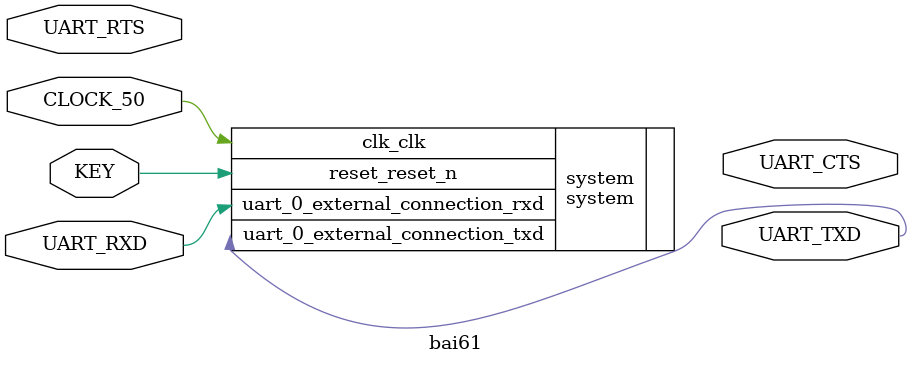
<source format=v>
module bai61 (input CLOCK_50, 
input [0:0]KEY, 
input UART_RXD, 
output UART_TXD, 
output UART_CTS, 
input UART_RTS);

system system(
	.clk_clk (CLOCK_50),
	.reset_reset_n (KEY[0]),
	.uart_0_external_connection_rxd (UART_RXD),
	.uart_0_external_connection_txd (UART_TXD)
);
endmodule

</source>
